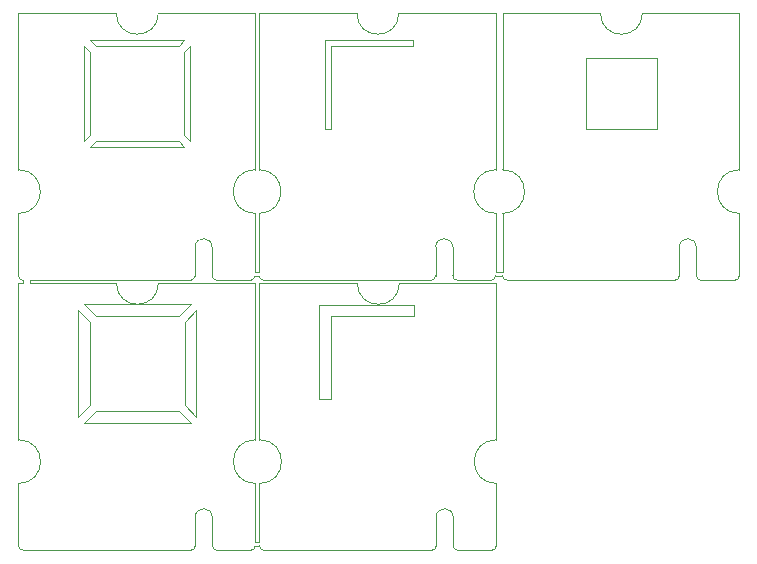
<source format=gbr>
%TF.GenerationSoftware,KiCad,Pcbnew,(7.0.0)*%
%TF.CreationDate,2023-03-30T16:56:58-05:00*%
%TF.ProjectId,Cookie_Mantis_Stencil,436f6f6b-6965-45f4-9d61-6e7469735f53,rev?*%
%TF.SameCoordinates,Original*%
%TF.FileFunction,Profile,NP*%
%FSLAX46Y46*%
G04 Gerber Fmt 4.6, Leading zero omitted, Abs format (unit mm)*
G04 Created by KiCad (PCBNEW (7.0.0)) date 2023-03-30 16:56:58*
%MOMM*%
%LPD*%
G01*
G04 APERTURE LIST*
%TA.AperFunction,Profile*%
%ADD10C,0.050000*%
%TD*%
%TA.AperFunction,Profile*%
%ADD11C,0.100000*%
%TD*%
G04 APERTURE END LIST*
D10*
X73289600Y-35106000D02*
G75*
G03*
X73670600Y-34725000I0J381000D01*
G01*
X29423300Y-35105200D02*
X32296040Y-35105200D01*
X27229600Y-57966000D02*
G75*
G03*
X27610600Y-57585000I0J381000D01*
G01*
X33005000Y-34725000D02*
G75*
G03*
X33386000Y-35106000I380900J-100D01*
G01*
X33050000Y-35365000D02*
X41340560Y-35365000D01*
X32296040Y-35105140D02*
G75*
G03*
X32677040Y-34724200I60J380940D01*
G01*
X32690600Y-48610800D02*
X32690600Y-35360000D01*
D11*
X27213560Y-47161784D02*
X18213560Y-47161784D01*
X19213560Y-46161784D01*
X26213560Y-46161784D01*
X27213560Y-47161784D01*
D10*
X53630000Y-12500000D02*
X61920560Y-12500000D01*
X33005000Y-34725000D02*
X32677040Y-34724200D01*
X33050000Y-57259800D02*
X32695000Y-57260000D01*
X12650000Y-57254800D02*
X12650000Y-52310800D01*
X49410860Y-32309460D02*
X49410860Y-34725000D01*
X49455900Y-57590000D02*
G75*
G03*
X49836860Y-57971000I381000J0D01*
G01*
X47584600Y-35106000D02*
X44917600Y-35106000D01*
X12650000Y-35360000D02*
X13020000Y-35360000D01*
X68209600Y-35106000D02*
X65542600Y-35106000D01*
X44896560Y-35365000D02*
X53090600Y-35365000D01*
X53630000Y-25750800D02*
X53630000Y-12500000D01*
X33005000Y-34394800D02*
X32680000Y-34390000D01*
X33018560Y-29450849D02*
G75*
G03*
X33018560Y-25750751I0J1850049D01*
G01*
D11*
X60693560Y-16300800D02*
X66693560Y-16300800D01*
X66693560Y-16300800D02*
X66693560Y-22300800D01*
X66693560Y-22300800D02*
X60693560Y-22300800D01*
X60693560Y-22300800D02*
X60693560Y-16300800D01*
D10*
X49410900Y-34725000D02*
G75*
G03*
X49791860Y-35106000I381000J0D01*
G01*
X32677040Y-25749600D02*
G75*
G03*
X32677040Y-29450000I0J-1850200D01*
G01*
X29042300Y-34724200D02*
G75*
G03*
X29423300Y-35105200I381000J0D01*
G01*
D11*
X18713560Y-38661784D02*
X18713560Y-45661784D01*
X17713560Y-46661784D01*
X17713560Y-37661784D01*
X18713560Y-38661784D01*
D10*
X29042300Y-32308660D02*
X29042300Y-34724200D01*
X70035860Y-32309460D02*
X70035860Y-34725000D01*
X20940560Y-35360000D02*
G75*
G03*
X24496560Y-35360000I1778000J0D01*
G01*
X33050000Y-57590000D02*
G75*
G03*
X33431000Y-57971000I380900J-100D01*
G01*
X44962600Y-57971000D02*
X34040600Y-57971000D01*
X54011000Y-35106000D02*
X54620600Y-35106000D01*
X27216040Y-35105200D02*
X24549040Y-35105200D01*
X12636440Y-12499200D02*
X20927000Y-12499200D01*
D11*
X46068560Y-15300800D02*
X39068560Y-15300800D01*
X39068560Y-22300800D01*
X38568560Y-22300800D01*
X38568560Y-14800800D01*
X46068560Y-14800800D01*
X46068560Y-15300800D01*
X26700000Y-23800000D02*
X18700000Y-23800000D01*
X19200000Y-23300000D01*
X26200000Y-23300000D01*
X26700000Y-23800000D01*
X46113560Y-38165800D02*
X39113560Y-38165800D01*
X39113560Y-45165800D01*
X38113560Y-45165800D01*
X38113560Y-37165800D01*
X46113560Y-37165800D01*
X46113560Y-38165800D01*
D10*
X27216040Y-35105140D02*
G75*
G03*
X27597040Y-34724200I60J380940D01*
G01*
D11*
X26200000Y-15300000D02*
X19200000Y-15300000D01*
X18700000Y-14800000D01*
X26700000Y-14800000D01*
X26200000Y-15300000D01*
D10*
X29042302Y-32308660D02*
G75*
G03*
X27596466Y-32255359I-723902J-40D01*
G01*
X73670600Y-34725000D02*
X73670600Y-29450800D01*
X70035942Y-32309460D02*
G75*
G03*
X68590026Y-32256159I-723942J-40D01*
G01*
X12636500Y-34724200D02*
G75*
G03*
X13017440Y-35105200I380900J-100D01*
G01*
X24562600Y-57966000D02*
X13640600Y-57966000D01*
X49455860Y-55174460D02*
X49455860Y-57590000D01*
X61920560Y-12500000D02*
G75*
G03*
X65476560Y-12500000I1778000J0D01*
G01*
X65476560Y-12500000D02*
X73670600Y-12500000D01*
X27610025Y-55116159D02*
X27610600Y-57585000D01*
X53090600Y-48615800D02*
X53090600Y-35365000D01*
X68590025Y-32256159D02*
X68590600Y-34725000D01*
X47629600Y-57971000D02*
X44962600Y-57971000D01*
X49410942Y-32309460D02*
G75*
G03*
X47965026Y-32256159I-723942J-40D01*
G01*
X27596465Y-32255359D02*
X27597040Y-34724200D01*
X47584600Y-35106000D02*
G75*
G03*
X47965600Y-34725000I0J381000D01*
G01*
X53045600Y-25750800D02*
X53045600Y-12500000D01*
X12650000Y-57254800D02*
X12650000Y-57585000D01*
X48010025Y-55121159D02*
X48010600Y-57590000D01*
X53090600Y-48615400D02*
G75*
G03*
X53090600Y-52315800I0J-1850200D01*
G01*
D11*
X27713560Y-46661784D02*
X26713560Y-45661784D01*
X26713560Y-38661784D01*
X27713560Y-37661784D01*
X27713560Y-46661784D01*
D10*
X24496560Y-35360000D02*
X32690600Y-35360000D01*
X47629600Y-57971000D02*
G75*
G03*
X48010600Y-57590000I0J381000D01*
G01*
X53045600Y-25750400D02*
G75*
G03*
X53045600Y-29450800I0J-1850200D01*
G01*
X24483000Y-12499200D02*
X32677040Y-12499200D01*
X49455942Y-55174460D02*
G75*
G03*
X48010026Y-55121159I-723942J-40D01*
G01*
X33050000Y-57590000D02*
X32690600Y-57585000D01*
X49836860Y-57971000D02*
X52709600Y-57971000D01*
X24549040Y-35105200D02*
X13627040Y-35105200D01*
X70035900Y-34725000D02*
G75*
G03*
X70416860Y-35106000I381000J0D01*
G01*
X12650000Y-48610800D02*
X12650000Y-35360000D01*
X20927000Y-12499200D02*
G75*
G03*
X24483000Y-12499200I1778000J0D01*
G01*
X53643560Y-29450849D02*
G75*
G03*
X53643560Y-25750751I0J1850049D01*
G01*
X41295560Y-12500000D02*
G75*
G03*
X44851560Y-12500000I1778000J0D01*
G01*
X47965025Y-32256159D02*
X47965600Y-34725000D01*
D11*
X26213560Y-38161784D02*
X19213560Y-38161784D01*
X18213560Y-37161784D01*
X27213560Y-37161784D01*
X26213560Y-38161784D01*
D10*
X70416860Y-35106000D02*
X73289600Y-35106000D01*
X13017440Y-35105200D02*
X13020000Y-35360000D01*
X52709600Y-57971000D02*
G75*
G03*
X53090600Y-57590000I0J381000D01*
G01*
D11*
X27200000Y-23300000D02*
X26700000Y-22800000D01*
X26700000Y-15800000D01*
X27200000Y-15300000D01*
X27200000Y-23300000D01*
D10*
X29055800Y-57585000D02*
G75*
G03*
X29436860Y-57966000I381000J0D01*
G01*
X32680000Y-34390000D02*
X32677040Y-29450000D01*
X53090600Y-57590000D02*
X53090600Y-52315800D01*
X53045000Y-34390000D02*
X53045600Y-29450800D01*
X73670600Y-25750400D02*
G75*
G03*
X73670600Y-29450800I0J-1850200D01*
G01*
X33005000Y-25750800D02*
X33005000Y-12500000D01*
X12636440Y-34394000D02*
X12636440Y-34724200D01*
X13031000Y-57966000D02*
X13640600Y-57966000D01*
X27229600Y-57966000D02*
X24562600Y-57966000D01*
X29055860Y-55169460D02*
X29055860Y-57585000D01*
X32677040Y-25750000D02*
X32677040Y-12499200D01*
D11*
X18700000Y-15800000D02*
X18700000Y-22800000D01*
X18200000Y-23300000D01*
X18200000Y-15300000D01*
X18700000Y-15800000D01*
D10*
X52664600Y-35106000D02*
G75*
G03*
X53045600Y-34725000I0J381000D01*
G01*
X53630000Y-34725000D02*
G75*
G03*
X54011000Y-35106000I380900J-100D01*
G01*
X33005000Y-34394800D02*
X33005000Y-29450800D01*
X33063560Y-52315849D02*
G75*
G03*
X33063560Y-48615751I0J1850049D01*
G01*
X41340560Y-35365000D02*
G75*
G03*
X44896560Y-35365000I1778000J0D01*
G01*
X73670600Y-25750800D02*
X73670600Y-12500000D01*
X12650000Y-29450049D02*
G75*
G03*
X12650000Y-25749951I0J1850049D01*
G01*
X12663560Y-52310849D02*
G75*
G03*
X12663560Y-48610751I0J1850049D01*
G01*
X32690600Y-48610400D02*
G75*
G03*
X32690600Y-52310800I0J-1850200D01*
G01*
X53630000Y-34394800D02*
X53045000Y-34390000D01*
X12650000Y-57585000D02*
G75*
G03*
X13031000Y-57966000I380900J-100D01*
G01*
X13635000Y-35355000D02*
X20940560Y-35360000D01*
X29055861Y-55169460D02*
G75*
G03*
X27610025Y-55116159I-723901J-20D01*
G01*
X33050000Y-48615800D02*
X33050000Y-35365000D01*
X33431000Y-57971000D02*
X34040600Y-57971000D01*
X33050000Y-57259800D02*
X33050000Y-52315800D01*
X33386000Y-35106000D02*
X33995600Y-35106000D01*
X49791860Y-35106000D02*
X52664600Y-35106000D01*
X44917600Y-35106000D02*
X33995600Y-35106000D01*
X29436860Y-57966000D02*
X32309600Y-57966000D01*
X33005000Y-12500000D02*
X41295560Y-12500000D01*
X32309600Y-57966000D02*
G75*
G03*
X32690600Y-57585000I0J381000D01*
G01*
X12636440Y-34394000D02*
X12636440Y-29450000D01*
X65542600Y-35106000D02*
X54620600Y-35106000D01*
X68209600Y-35106000D02*
G75*
G03*
X68590600Y-34725000I0J381000D01*
G01*
X32695000Y-57260000D02*
X32690600Y-52310800D01*
X53627500Y-34727400D02*
X53045600Y-34725000D01*
X12636440Y-25750000D02*
X12636440Y-12499200D01*
X44851560Y-12500000D02*
X53045600Y-12500000D01*
X13627040Y-35105200D02*
X13635000Y-35355000D01*
X53630000Y-34394800D02*
X53630000Y-29450800D01*
M02*

</source>
